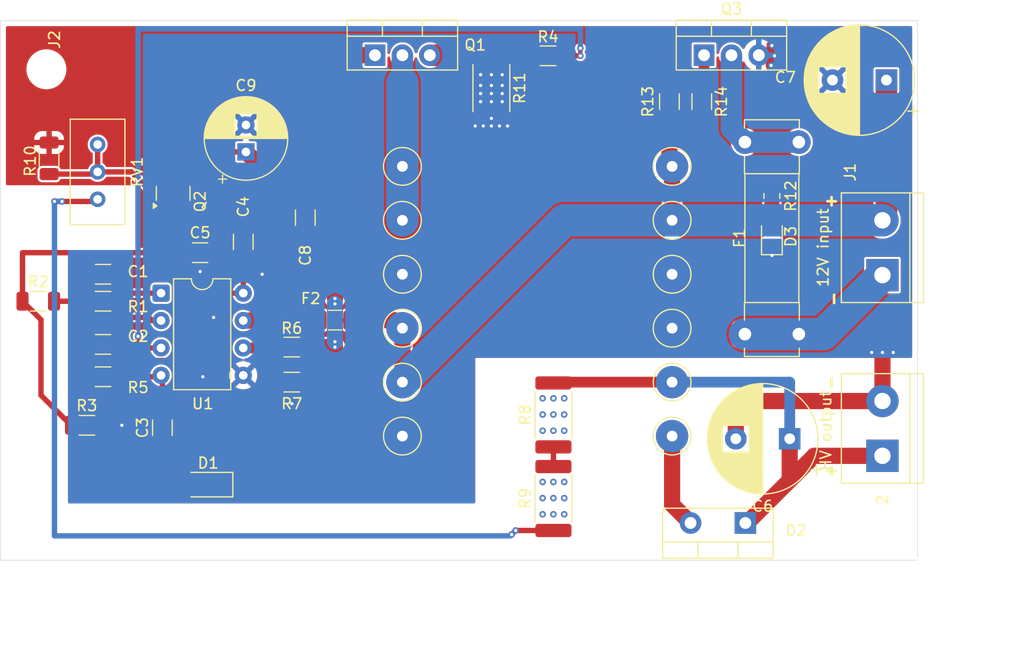
<source format=kicad_pcb>
(kicad_pcb (version 20241229) (generator "pcbnew") (generator_version "9.0")
  (title_block (title "DC-DC 12V > 200~450V") (date "2026-02-05") (rev "V2.0") (company "Z32IT"))
  (layers (0 "F.Cu" signal) (2 "B.Cu" signal) (13 "F.Paste" user) (15 "B.Paste" user) (5 "F.SilkS" user "F.Silkscreen") (7 "B.SilkS" user "B.Silkscreen") (1 "F.Mask" user) (3 "B.Mask" user) (25 "Edge.Cuts" user))
  (net 0 "")
  (net 1 "Net-(U1-FB)")
  (net 2 "Net-(U1-COMP)")
  (net 3 "Net-(U1-CS)")
  (net 4 "GND")
  (net 5 "Net-(U1-RC)")
  (net 6 "Net-(U1-VREF)")
  (net 7 "Net-(D1-A)")
  (net 8 "Net-(D2-K)")
  (net 9 "+12V")
  (net 10 "Net-(D2-A)")
  (net 11 "Net-(Q1-G)")
  (net 12 "Net-(Q1-D)")
  (net 13 "Net-(U1-OUT)")
  (net 14 "Net-(R8-Pad1)")
  (net 15 "Net-(R9-Pad1)")
  (net 16 "Net-(Q3-D)")
  (net 17 "Net-(D3-A)")
  (net 18 "/Q1-S")
  (net 19 "/VCC")
  (net 20 "Net-(Q2-B)")
  (net 21 "Net-(J1-Pin_1)")
  (net 22 "Net-(Q3-G)")
  (footprint "Capacitor_THT:CP_Radial_D10.0mm_P5.00mm" (layer "F.Cu") (at 180.617677 63.25 180)
    (property "Reference" "C7" (at 9.367677 0.25 0) (layer "F.SilkS"))
    (property "Value" "1000u/16V" (hide yes))
    (pad "1" thru_hole rect (at 0 0 180) (size 2 2) (drill 1) (layers "*.Cu" "*.Mask") (net 9 "+12V"))
    (pad "2" thru_hole circle (at 5 0 180) (size 2 2) (drill 1) (layers "*.Cu" "*.Mask") (net 4 "GND"))
  )
  (footprint "TestPoint:TestPoint_THTPad_D3.0mm_Drill1.5mm" (layer "F.Cu") (at 135.75 81.25)
    (property "Reference" "PAD9" (hide yes))
    (property "Value" "" (hide yes))
    (pad "" thru_hole circle (at 0 0) (size 3 3) (drill 1) (layers))
  )
  (footprint "Resistor_SMD:R_2512_6332Metric" (layer "F.Cu") (at 149.75 94.2875 90)
    (property "Reference" "R8" (at 0 -2.62 90) (layer "F.SilkS"))
    (property "Value" "240K/1W" (hide yes))
    (pad "1" smd roundrect (at -2.9625 0 90) (size 1.225 3.35) (layers "F.Cu" "F.Mask" "F.Paste") (roundrect_rratio 0.204082) (net 14 "Net-(R8-Pad1)"))
    (pad "2" smd roundrect (at 2.9625 0 90) (size 1.225 3.35) (layers "F.Cu" "F.Mask" "F.Paste") (roundrect_rratio 0.204082) (net 8 "Net-(D2-K)"))
  )
  (footprint "Package_TO_SOT_THT:TO-220-3_Vertical" (layer "F.Cu") (at 163.71 60.945)
    (property "Reference" "Q3" (at 2.54 -4.27 0) (layer "F.SilkS"))
    (property "Value" "IRF3205" (hide yes))
    (pad "1" thru_hole rect (at 0 0) (size 1.905 2) (drill 1.1) (layers "*.Cu" "*.Mask") (net 22 "Net-(Q3-G)"))
    (pad "2" thru_hole oval (at 2.54 0) (size 1.905 2) (drill 1.1) (layers "*.Cu" "*.Mask") (net 16 "Net-(Q3-D)"))
    (pad "3" thru_hole oval (at 5.08 0) (size 1.905 2) (drill 1.1) (layers "*.Cu" "*.Mask") (net 4 "GND"))
  )
  (footprint "Resistor_SMD:R_1206_3216Metric" (layer "F.Cu") (at 160.5 65.25 90)
    (property "Reference" "R13" (at 0 -2 90) (layer "F.SilkS"))
    (property "Value" "100R" (hide yes))
    (pad "1" smd roundrect (at -1.4625 0 90) (size 1.125 1.75) (layers "F.Cu" "F.Mask" "F.Paste") (roundrect_rratio 0.222222) (net 9 "+12V"))
    (pad "2" smd roundrect (at 1.4625 0 90) (size 1.125 1.75) (layers "F.Cu" "F.Mask" "F.Paste") (roundrect_rratio 0.222222) (net 22 "Net-(Q3-G)"))
  )
  (footprint "MountingHole:MountingHole_3.2mm_M3" (layer "F.Cu") (at 102.75 62.25)
    (property "Reference" "REF**" (hide yes))
    (property "Value" "M3")
    (pad "" np_thru_hole circle (at 0 0) (size 3.2 3.2) (drill 3.2) (layers "*.Cu" "*.Mask"))
  )
  (footprint "Package_TO_SOT_THT:TO-220-3_Vertical" (layer "F.Cu") (at 133.21 60.945)
    (property "Reference" "Q1" (at 9.29 -0.945 0) (layer "F.SilkS"))
    (property "Value" "IRF3205" (hide yes))
    (pad "1" thru_hole rect (at 0 0) (size 1.905 2) (drill 1.1) (layers "*.Cu" "*.Mask") (net 11 "Net-(Q1-G)"))
    (pad "2" thru_hole oval (at 2.54 0) (size 1.905 2) (drill 1.1) (layers "*.Cu" "*.Mask") (net 12 "Net-(Q1-D)"))
    (pad "3" thru_hole oval (at 5.08 0) (size 1.905 2) (drill 1.1) (layers "*.Cu" "*.Mask") (net 18 "/Q1-S"))
  )
  (footprint "Resistor_SMD:R_1206_3216Metric" (layer "F.Cu") (at 108 90.75)
    (property "Reference" "R5" (at 3.25 1 0) (layer "F.SilkS"))
    (property "Value" "5K1" (hide yes))
    (pad "1" smd roundrect (at -1.4625 0) (size 1.125 1.75) (layers "F.Cu" "F.Mask" "F.Paste") (roundrect_rratio 0.222222) (net 6 "Net-(U1-VREF)"))
    (pad "2" smd roundrect (at 1.4625 0) (size 1.125 1.75) (layers "F.Cu" "F.Mask" "F.Paste") (roundrect_rratio 0.222222) (net 5 "Net-(U1-RC)"))
  )
  (footprint "Fuse:Fuse_1206_3216Metric_Pad1.42x1.75mm_HandSolder" (layer "F.Cu") (at 129.5 85.5 180)
    (property "Reference" "F2" (at 2.25 2 0) (layer "F.SilkS"))
    (property "Value" "1.5A/13.2V" (hide yes))
    (pad "1" smd roundrect (at -1.4875 0 180) (size 1.425 1.75) (layers "F.Cu" "F.Mask" "F.Paste") (roundrect_rratio 0.175439) (net 9 "+12V"))
    (pad "2" smd roundrect (at 1.4875 0 180) (size 1.425 1.75) (layers "F.Cu" "F.Mask" "F.Paste") (roundrect_rratio 0.175439) (net 19 "/VCC"))
  )
  (footprint "TerminalBlock:TerminalBlock_bornier-2_P5.08mm" (layer "F.Cu") (at 180.25 98.08 90)
    (property "Reference" "J2" (at -4.46 0 90) (layer "F.SilkS"))
    (property "Value" "HV output" (at 2.33 -5.25 90) (layer "F.SilkS"))
    (pad "1" thru_hole rect (at 0 0 90) (size 3 3) (drill 1.52) (layers "*.Cu" "*.Mask") (net 8 "Net-(D2-K)"))
    (pad "2" thru_hole circle (at 5.08 0 90) (size 3 3) (drill 1.52) (layers "*.Cu" "*.Mask") (net 4 "GND"))
  )
  (footprint "Resistor_SMD:R_1206_3216Metric" (layer "F.Cu") (at 103 70.5 90)
    (property "Reference" "R10" (at -0.25 -1.75 90) (layer "F.SilkS"))
    (property "Value" "3K" (hide yes))
    (pad "1" smd roundrect (at -1.4625 0 90) (size 1.125 1.75) (layers "F.Cu" "F.Mask" "F.Paste") (roundrect_rratio 0.222222) (net 20 "Net-(Q2-B)"))
    (pad "2" smd roundrect (at 1.4625 0 90) (size 1.125 1.75) (layers "F.Cu" "F.Mask" "F.Paste") (roundrect_rratio 0.222222) (net 4 "GND"))
  )
  (footprint "Resistor_SMD:R_1206_3216Metric" (layer "F.Cu") (at 125.5 91.25)
    (property "Reference" "R7" (at 0 2 0) (layer "F.SilkS"))
    (property "Value" "5K1" (hide yes))
    (pad "1" smd roundrect (at -1.4625 0) (size 1.125 1.75) (layers "F.Cu" "F.Mask" "F.Paste") (roundrect_rratio 0.222222) (net 13 "Net-(U1-OUT)"))
    (pad "2" smd roundrect (at 1.4625 0) (size 1.125 1.75) (layers "F.Cu" "F.Mask" "F.Paste") (roundrect_rratio 0.222222) (net 4 "GND"))
  )
  (footprint "TestPoint:TestPoint_THTPad_D3.0mm_Drill1.5mm" (layer "F.Cu") (at 160.75 96.25)
    (property "Reference" "PAD12" (hide yes))
    (property "Value" "Q1-D" (hide yes))
    (pad "12" thru_hole circle (at 0 0) (size 3 3) (drill 1) (layers "*.Cu" "*.Mask") (net 10 "Net-(D2-A)"))
  )
  (footprint "Package_DIP:DIP-8_W7.62mm" (layer "F.Cu") (at 113.38 83)
    (property "Reference" "U1" (at 3.87 10.25 0) (layer "F.SilkS"))
    (property "Value" "UC3843BN_DIP8" (hide yes))
    (pad "1" thru_hole roundrect (at 0 0) (size 1.6 1.6) (drill 0.8) (layers "*.Cu" "*.Mask") (roundrect_rratio 0.15625) (net 2 "Net-(U1-COMP)"))
    (pad "2" thru_hole circle (at 0 2.54) (size 1.6 1.6) (drill 0.8) (layers "*.Cu" "*.Mask") (net 1 "Net-(U1-FB)"))
    (pad "3" thru_hole circle (at 0 5.08) (size 1.6 1.6) (drill 0.8) (layers "*.Cu" "*.Mask") (net 3 "Net-(U1-CS)"))
    (pad "4" thru_hole circle (at 0 7.62) (size 1.6 1.6) (drill 0.8) (layers "*.Cu" "*.Mask") (net 5 "Net-(U1-RC)"))
    (pad "5" thru_hole circle (at 7.62 7.62) (size 1.6 1.6) (drill 0.8) (layers "*.Cu" "*.Mask") (net 4 "GND"))
    (pad "6" thru_hole circle (at 7.62 5.08) (size 1.6 1.6) (drill 0.8) (layers "*.Cu" "*.Mask") (net 13 "Net-(U1-OUT)"))
    (pad "7" thru_hole circle (at 7.62 2.54) (size 1.6 1.6) (drill 0.8) (layers "*.Cu" "*.Mask") (net 19 "/VCC"))
    (pad "8" thru_hole circle (at 7.62 0) (size 1.6 1.6) (drill 0.8) (layers "*.Cu" "*.Mask") (net 6 "Net-(U1-VREF)"))
  )
  (footprint "Capacitor_SMD:C_1206_3216Metric" (layer "F.Cu") (at 108 81.25 180)
    (property "Reference" "C1" (at -3.25 0.25 0) (layer "F.SilkS"))
    (property "Value" "100n" (hide yes))
    (pad "1" smd roundrect (at -1.475 0 180) (size 1.15 1.8) (layers "F.Cu" "F.Mask" "F.Paste") (roundrect_rratio 0.217391) (net 2 "Net-(U1-COMP)"))
    (pad "2" smd roundrect (at 1.475 0 180) (size 1.15 1.8) (layers "F.Cu" "F.Mask" "F.Paste") (roundrect_rratio 0.217391) (net 1 "Net-(U1-FB)"))
  )
  (footprint "Resistor_SMD:R_1206_3216Metric" (layer "F.Cu") (at 108 83.75)
    (property "Reference" "R1" (at 3.25 0.5 0) (layer "F.SilkS"))
    (property "Value" "100K" (hide yes))
    (pad "1" smd roundrect (at -1.4625 0) (size 1.125 1.75) (layers "F.Cu" "F.Mask" "F.Paste") (roundrect_rratio 0.222222) (net 1 "Net-(U1-FB)"))
    (pad "2" smd roundrect (at 1.4625 0) (size 1.125 1.75) (layers "F.Cu" "F.Mask" "F.Paste") (roundrect_rratio 0.222222) (net 2 "Net-(U1-COMP)"))
  )
  (footprint "TestPoint:TestPoint_THTPad_D3.0mm_Drill1.5mm" (layer "F.Cu") (at 160.75 86.25)
    (property "Reference" "PAD10" (hide yes))
    (property "Value" "e" (hide yes))
    (pad "10" thru_hole circle (at 0 0) (size 3 3) (drill 1) (layers))
  )
  (footprint "Capacitor_SMD:C_1206_3216Metric" (layer "F.Cu") (at 108 87.75 180)
    (property "Reference" "C2" (at -3.25 0.75 0) (layer "F.SilkS"))
    (property "Value" "10n" (hide yes))
    (pad "1" smd roundrect (at -1.475 0 180) (size 1.15 1.8) (layers "F.Cu" "F.Mask" "F.Paste") (roundrect_rratio 0.217391) (net 3 "Net-(U1-CS)"))
    (pad "2" smd roundrect (at 1.475 0 180) (size 1.15 1.8) (layers "F.Cu" "F.Mask" "F.Paste") (roundrect_rratio 0.217391) (net 4 "GND"))
  )
  (footprint "Resistor_SMD:R_2512_6332Metric" (layer "F.Cu") (at 144 64 -90)
    (property "Reference" "R11" (at 0 -2.62 270) (layer "F.SilkS"))
    (property "Value" "0.015R/3W" (hide yes))
    (pad "1" smd roundrect (at -2.9625 0 270) (size 1.225 3.35) (layers "F.Cu" "F.Mask" "F.Paste") (roundrect_rratio 0.204082) (net 18 "/Q1-S"))
    (pad "2" smd roundrect (at 2.9625 0 270) (size 1.225 3.35) (layers "F.Cu" "F.Mask" "F.Paste") (roundrect_rratio 0.204082) (net 4 "GND"))
  )
  (footprint "TestPoint:TestPoint_THTPad_D3.0mm_Drill1.5mm" (layer "F.Cu") (at 135.75 91.25)
    (property "Reference" "PAD2" (hide yes))
    (property "Value" "e" (hide yes))
    (pad "2" thru_hole circle (at 0 0) (size 3 3) (drill 1) (layers "*.Cu" "*.Mask") (net 9 "+12V"))
  )
  (footprint "Package_TO_SOT_SMD:SOT-23" (layer "F.Cu") (at 114.5 73.75 90)
    (property "Reference" "Q2" (at -0.75 2.5 90) (layer "F.SilkS"))
    (property "Value" "S8050" (hide yes))
    (pad "1" smd roundrect (at -0.9375 -0.95 90) (size 1.475 0.6) (layers "F.Cu" "F.Mask" "F.Paste") (net 20 "Net-(Q2-B)"))
    (pad "2" smd roundrect (at -0.9375 0.95 90) (size 1.475 0.6) (layers "F.Cu" "F.Mask" "F.Paste") (net 7 "Net-(D1-A)"))
    (pad "3" smd roundrect (at 0.9375 0 90) (size 1.475 0.6) (layers "F.Cu" "F.Mask" "F.Paste") (net 19 "/VCC"))
  )
  (footprint "TestPoint:TestPoint_THTPad_D3.0mm_Drill1.5mm" (layer "F.Cu") (at 160.75 81.25)
    (property "Reference" "PAD9" (hide yes))
    (property "Value" "" (hide yes))
    (pad "9" thru_hole circle (at 0 0) (size 3 3) (drill 1) (layers))
  )
  (footprint "Capacitor_THT:CP_Radial_D7.5mm_P2.50mm" (layer "F.Cu") (at 121.25 69.911395 90)
    (property "Reference" "C9" (at 6.161395 0 0) (layer "F.SilkS"))
    (property "Value" "100u/16V" (hide yes))
    (pad "1" thru_hole rect (at 0 0 90) (size 1.6 1.6) (drill 0.8) (layers "*.Cu" "*.Mask") (net 19 "/VCC"))
    (pad "2" thru_hole circle (at 2.5 0 90) (size 1.6 1.6) (drill 0.8) (layers "*.Cu" "*.Mask") (net 4 "GND"))
  )
  (footprint "Capacitor_SMD:C_1206_3216Metric" (layer "F.Cu") (at 121 78.25 90)
    (property "Reference" "C4" (at 3.25 0 90) (layer "F.SilkS"))
    (property "Value" "10n" (hide yes))
    (pad "1" smd roundrect (at -1.475 0 90) (size 1.15 1.8) (layers "F.Cu" "F.Mask" "F.Paste") (roundrect_rratio 0.217391) (net 6 "Net-(U1-VREF)"))
    (pad "2" smd roundrect (at 1.475 0 90) (size 1.15 1.8) (layers "F.Cu" "F.Mask" "F.Paste") (roundrect_rratio 0.217391) (net 4 "GND"))
  )
  (footprint "MountingHole:MountingHole_3.2mm_M3" (layer "F.Cu") (at 179.75 104.25)
    (property "Reference" "REF**" (hide yes))
    (property "Value" "M3")
    (pad "" np_thru_hole circle (at 0 0) (size 3.2 3.2) (drill 3.2) (layers "*.Cu" "*.Mask"))
  )
  (footprint "Resistor_SMD:R_0805_2012Metric" (layer "F.Cu") (at 170 74 90)
    (property "Reference" "R12" (at 0 1.75 90) (layer "F.SilkS"))
    (property "Value" "1K" (hide yes))
    (pad "1" smd roundrect (at -0.9125 0 90) (size 1.025 1.4) (layers "F.Cu" "F.Mask" "F.Paste") (roundrect_rratio 0.243902) (net 17 "Net-(D3-A)"))
    (pad "2" smd roundrect (at 0.9125 0 90) (size 1.025 1.4) (layers "F.Cu" "F.Mask" "F.Paste") (roundrect_rratio 0.243902) (net 9 "+12V"))
  )
  (footprint "Resistor_SMD:R_1206_3216Metric" (layer "F.Cu") (at 102 83.75)
    (property "Reference" "R2" (at 0 -1.82 0) (layer "F.SilkS"))
    (property "Value" "1K" (hide yes))
    (pad "1" smd roundrect (at -1.4625 0) (size 1.125 1.75) (layers "F.Cu" "F.Mask" "F.Paste") (roundrect_rratio 0.222222) (net 7 "Net-(D1-A)"))
    (pad "2" smd roundrect (at 1.4625 0) (size 1.125 1.75) (layers "F.Cu" "F.Mask" "F.Paste") (roundrect_rratio 0.222222) (net 1 "Net-(U1-FB)"))
  )
  (footprint "LED_SMD:LED_0805_2012Metric" (layer "F.Cu") (at 170 77.75 90)
    (property "Reference" "D3" (at 0 1.75 90) (layer "F.SilkS"))
    (property "Value" "Amber" (hide yes))
    (pad "1" smd roundrect (at -0.9375 0 90) (size 0.975 1.4) (layers "F.Cu" "F.Mask" "F.Paste") (net 4 "GND"))
    (pad "2" smd roundrect (at 0.9375 0 90) (size 0.975 1.4) (layers "F.Cu" "F.Mask" "F.Paste") (net 17 "Net-(D3-A)"))
  )
  (footprint "Capacitor_SMD:C_1206_3216Metric" (layer "F.Cu") (at 126.75 76 90)
    (property "Reference" "C8" (at -3.5 0 90) (layer "F.SilkS"))
    (property "Value" "100n" (hide yes))
    (pad "1" smd roundrect (at -1.475 0 90) (size 1.15 1.8) (layers "F.Cu" "F.Mask" "F.Paste") (roundrect_rratio 0.217391) (net 19 "/VCC"))
    (pad "2" smd roundrect (at 1.475 0 90) (size 1.15 1.8) (layers "F.Cu" "F.Mask" "F.Paste") (roundrect_rratio 0.217391) (net 4 "GND"))
  )
  (footprint "TestPoint:TestPoint_THTPad_D3.0mm_Drill1.5mm" (layer "F.Cu") (at 135.75 96.25)
    (property "Reference" "PAD1" (hide yes))
    (property "Value" "+12V" (hide yes))
    (pad "1" thru_hole circle (at 0 0) (size 3 3) (drill 1) (layers))
  )
  (footprint "Resistor_SMD:R_2512_6332Metric" (layer "F.Cu") (at 149.75 102.0375 90)
    (property "Reference" "R9" (at 0 -2.62 90) (layer "F.SilkS"))
    (property "Value" "240K/1W" (hide yes))
    (pad "1" smd roundrect (at -2.9625 0 90) (size 1.225 3.35) (layers "F.Cu" "F.Mask" "F.Paste") (roundrect_rratio 0.204082) (net 15 "Net-(R9-Pad1)"))
    (pad "2" smd roundrect (at 2.9625 0 90) (size 1.225 3.35) (layers "F.Cu" "F.Mask" "F.Paste") (roundrect_rratio 0.204082) (net 14 "Net-(R8-Pad1)"))
  )
  (footprint "TerminalBlock:TerminalBlock_bornier-2_P5.08mm" (layer "F.Cu") (at 180.25 81.33 90)
    (property "Reference" "J1" (at 9.54 -3 90) (layer "F.SilkS"))
    (property "Value" "12V input" (at 2.54 -5.5 90) (layer "F.SilkS"))
    (pad "1" thru_hole rect (at 0 0 90) (size 3 3) (drill 1.52) (layers "*.Cu" "*.Mask") (net 21 "Net-(J1-Pin_1)"))
    (pad "2" thru_hole circle (at 5.08 0 90) (size 3 3) (drill 1.52) (layers "*.Cu" "*.Mask") (net 9 "+12V"))
  )
  (footprint "TestPoint:TestPoint_THTPad_D3.0mm_Drill1.5mm" (layer "F.Cu") (at 160.75 76.25)
    (property "Reference" "PAD8" (hide yes))
    (property "Value" "e" (hide yes))
    (pad "8" thru_hole circle (at 0 0) (size 3 3) (drill 1) (layers "*.Cu" "*.Mask") (net 9 "+12V"))
  )
  (footprint "TestPoint:TestPoint_THTPad_D3.0mm_Drill1.5mm" (layer "F.Cu") (at 160.75 71.25)
    (property "Reference" "PAD7" (hide yes))
    (property "Value" "+12V" (hide yes))
    (pad "7" thru_hole circle (at 0 0) (size 3 3) (drill 1) (layers "*.Cu" "*.Mask") (net 9 "+12V"))
  )
  (footprint "TestPoint:TestPoint_THTPad_D3.0mm_Drill1.5mm" (layer "F.Cu") (at 135.75 76.25)
    (property "Reference" "PAD5" (hide yes))
    (property "Value" "e" (hide yes))
    (pad "5" thru_hole circle (at 0 0) (size 3 3) (drill 1) (layers "*.Cu" "B.Mask") (remove_unused_layers yes) (net 12 "Net-(Q1-D)"))
  )
  (footprint "TestPoint:TestPoint_THTPad_D3.0mm_Drill1.5mm" (layer "F.Cu") (at 135.75 71.25)
    (property "Reference" "PAD6" (hide yes))
    (property "Value" "+12V" (hide yes))
    (pad "6" thru_hole circle (at 0 0) (size 3 3) (drill 1) (layers "*.Cu" "B.Mask") (remove_unused_layers yes) (net 12 "Net-(Q1-D)"))
  )
  (footprint "Package_TO_SOT_THT:TO-220-2_Vertical" (layer "F.Cu") (at 167.54 104.305 180)
    (property "Reference" "D2" (at -4.71 -0.695 0) (layer "F.SilkS"))
    (property "Value" "MUR860" (hide yes))
    (pad "1" thru_hole rect (at 0 0 180) (size 2 2) (drill 1.1) (layers "*.Cu" "*.Mask") (net 8 "Net-(D2-K)"))
    (pad "2" thru_hole circle (at 5.08 0 180) (size 2 2) (drill 1.1) (layers "*.Cu" "*.Mask") (net 10 "Net-(D2-A)"))
  )
  (footprint "Resistor_SMD:R_1206_3216Metric" (layer "F.Cu") (at 125.5 88 180)
    (property "Reference" "R6" (at 0 1.75 0) (layer "F.SilkS"))
    (property "Value" "20R" (hide yes))
    (pad "1" smd roundrect (at -1.4625 0 180) (size 1.125 1.75) (layers "F.Cu" "F.Mask" "F.Paste") (roundrect_rratio 0.222222) (net 11 "Net-(Q1-G)"))
    (pad "2" smd roundrect (at 1.4625 0 180) (size 1.125 1.75) (layers "F.Cu" "F.Mask" "F.Paste") (roundrect_rratio 0.222222) (net 13 "Net-(U1-OUT)"))
  )
  (footprint "TestPoint:TestPoint_THTPad_D3.0mm_Drill1.5mm" (layer "F.Cu") (at 160.75 91.25)
    (property "Reference" "PAD11" (hide yes))
    (property "Value" "e" (hide yes))
    (pad "11" thru_hole circle (at 0 0) (size 3 3) (drill 1) (layers "*.Cu" "*.Mask") (net 8 "Net-(D2-K)"))
  )
  (footprint "Capacitor_THT:CP_Radial_D10.0mm_P5.00mm" (layer "F.Cu") (at 171.652651 96.5 180)
    (property "Reference" "C6" (at 2.5 -6.25 180) (layer "F.SilkS"))
    (property "Value" "10u/450V" (hide yes))
    (pad "1" thru_hole rect (at 0 0 180) (size 2 2) (drill 1) (layers "*.Cu" "*.Mask") (net 8 "Net-(D2-K)"))
    (pad "2" thru_hole circle (at 5 0 180) (size 2 2) (drill 1) (layers "*.Cu" "*.Mask") (net 4 "GND"))
  )
  (footprint "Capacitor_SMD:C_1206_3216Metric" (layer "F.Cu") (at 113.5 95.475 90)
    (property "Reference" "C3" (at 0 -1.85 90) (layer "F.SilkS"))
    (property "Value" "3n3" (hide yes))
    (pad "1" smd roundrect (at -1.475 0 90) (size 1.15 1.8) (layers "F.Cu" "F.Mask" "F.Paste") (roundrect_rratio 0.217391) (net 4 "GND"))
    (pad "2" smd roundrect (at 1.475 0 90) (size 1.15 1.8) (layers "F.Cu" "F.Mask" "F.Paste") (roundrect_rratio 0.217391) (net 5 "Net-(U1-RC)"))
  )
  (footprint "Potentiometer_THT:Potentiometer_Bourns_3296W_Vertical" (layer "F.Cu") (at 107.5 74.3 -90)
    (property "Reference" "RV1" (at -2.54 -3.66 90) (layer "F.SilkS"))
    (property "Value" "5K")
    (pad "1" thru_hole circle (at 0 0 270) (size 1.44 1.44) (drill 0.8) (layers "*.Cu" "*.Mask") (net 15 "Net-(R9-Pad1)"))
    (pad "2" thru_hole circle (at -2.54 0 270) (size 1.44 1.44) (drill 0.8) (layers "*.Cu" "*.Mask") (net 20 "Net-(Q2-B)"))
    (pad "3" thru_hole circle (at -5.08 0 270) (size 1.44 1.44) (drill 0.8) (layers "*.Cu" "*.Mask") (net 20 "Net-(Q2-B)"))
  )
  (footprint "Resistor_SMD:R_1206_3216Metric" (layer "F.Cu") (at 106.5 95.25)
    (property "Reference" "R3" (at 0 -1.82 0) (layer "F.SilkS"))
    (property "Value" "1K" (hide yes))
    (pad "1" smd roundrect (at -1.4625 0) (size 1.125 1.75) (layers "F.Cu" "F.Mask" "F.Paste") (roundrect_rratio 0.222222) (net 7 "Net-(D1-A)"))
    (pad "2" smd roundrect (at 1.4625 0) (size 1.125 1.75) (layers "F.Cu" "F.Mask" "F.Paste") (roundrect_rratio 0.222222) (net 4 "GND"))
  )
  (footprint "Fuse:Fuseholder_Clip-5x20mm_Bel_FC-203-22_Lateral_P17.80x5.00mm_D1.17mm_Horizontal" (layer "F.Cu") (at 167.5 86.8 90)
    (property "Reference" "F1" (at 8.9 -0.5 90) (layer "F.SilkS"))
    (property "Value" "8~10A" (hide yes))
    (pad "1" thru_hole roundrect (at 0 0 90) (size 2.2 2.2) (drill 1.17) (layers "*.Cu" "*.Mask") (net 21 "Net-(J1-Pin_1)"))
    (pad "1" thru_hole roundrect (at 0 5 90) (size 2.2 2.2) (drill 1.17) (layers "*.Cu" "*.Mask") (net 21 "Net-(J1-Pin_1)"))
    (pad "2" thru_hole circle (at 17.8 0 90) (size 2.2 2.2) (drill 1.17) (layers "*.Cu" "*.Mask") (net 16 "Net-(Q3-D)"))
    (pad "2" thru_hole circle (at 17.8 5 90) (size 2.2 2.2) (drill 1.17) (layers "*.Cu" "*.Mask") (net 16 "Net-(Q3-D)"))
  )
  (footprint "LED_SMD:LED_1206_3216Metric" (layer "F.Cu") (at 117.75 100.75 180)
    (property "Reference" "D1" (at 0 2 0) (layer "F.SilkS"))
    (property "Value" "Green")
    (pad "1" smd roundrect (at -1.4 0 180) (size 1.25 1.75) (layers "F.Cu" "F.Mask" "F.Paste") (roundrect_rratio 0.2) (net 4 "GND"))
    (pad "2" smd roundrect (at 1.4 0 180) (size 1.25 1.75) (layers "F.Cu" "F.Mask" "F.Paste") (roundrect_rratio 0.2) (net 7 "Net-(D1-A)"))
  )
  (footprint "Resistor_SMD:R_1206_3216Metric" (layer "F.Cu") (at 163.5 65.25 -90)
    (property "Reference" "R14" (at 0 -1.82 90) (layer "F.SilkS"))
    (property "Value" "5K1" (hide yes))
    (pad "1" smd roundrect (at -1.4625 0 270) (size 1.125 1.75) (layers "F.Cu" "F.Mask" "F.Paste") (roundrect_rratio 0.222222) (net 22 "Net-(Q3-G)"))
    (pad "2" smd roundrect (at 1.4625 0 270) (size 1.125 1.75) (layers "F.Cu" "F.Mask" "F.Paste") (roundrect_rratio 0.222222) (net 4 "GND"))
  )
  (footprint "Resistor_SMD:R_1206_3216Metric" (layer "F.Cu") (at 149.25 61 180)
    (property "Reference" "R4" (at 0 1.75 0) (layer "F.SilkS"))
    (property "Value" "150R" (hide yes))
    (pad "1" smd roundrect (at -1.4625 0 180) (size 1.125 1.75) (layers "F.Cu" "F.Mask" "F.Paste") (roundrect_rratio 0.222222) (net 3 "Net-(U1-CS)"))
    (pad "2" smd roundrect (at 1.4625 0 180) (size 1.125 1.75) (layers "F.Cu" "F.Mask" "F.Paste") (roundrect_rratio 0.222222) (net 18 "/Q1-S"))
  )
  (footprint "Capacitor_SMD:C_1206_3216Metric" (layer "F.Cu") (at 117 79.25)
    (property "Reference" "C5" (at 0 -1.85 0) (layer "F.SilkS"))
    (property "Value" "10n" (hide yes))
    (pad "1" smd roundrect (at -1.475 0) (size 1.15 1.8) (layers "F.Cu" "F.Mask" "F.Paste") (roundrect_rratio 0.217391) (net 7 "Net-(D1-A)"))
    (pad "2" smd roundrect (at 1.475 0) (size 1.15 1.8) (layers "F.Cu" "F.Mask" "F.Paste") (roundrect_rratio 0.217391) (net 6 "Net-(U1-VREF)"))
  )
  (footprint "TestPoint:TestPoint_THTPad_D3.0mm_Drill1.5mm" (layer "F.Cu") (at 135.75 86.25)
    (property "Reference" "PAD3" (hide yes))
    (property "Value" "e" (hide yes))
    (pad "3" thru_hole circle (at 0 0) (size 3 3) (drill 1) (layers "*.Cu" "*.Mask") (net 9 "+12V"))
  )
  (gr_line (start 183.5 57.75) (end 98.5 57.75) (stroke (width 0.05)) (layer "Edge.Cuts"))
  (gr_line (start 183.5 107.5) (end 183.5 57.75) (stroke (width 0.05)) (layer "Edge.Cuts"))
  (gr_line (start 98.5 57.75) (end 98.5 107.75) (stroke (width 0.05)) (layer "Edge.Cuts"))
  (gr_line (start 98.5 107.75) (end 183.5 107.75) (stroke (width 0.05)) (layer "Edge.Cuts"))
  (gr_text "-" (at 175.25 82.75 270) (layer "F.SilkS") (effects (font (size 1 1) (thickness 0.25) (bold yes)) (justify left bottom)))
  (gr_text "J2" (at 103.5 59.5 90) (layer "F.SilkS") (effects (font (size 1 1))))
  (gr_text "-" (at 175 90.5 270) (layer "F.SilkS") (effects (font (size 1 1) (thickness 0.25) (bold yes)) (justify left bottom)))
  (gr_text "+" (at 174.75 100 0) (layer "F.SilkS") (effects (font (size 1 1) (thickness 0.25) (bold yes)) (justify left bottom)))
  (gr_text "+" (at 174.75 75 0) (layer "F.SilkS") (effects (font (size 1 1) (thickness 0.25) (bold yes)) (justify left bottom)))
  (via (at 149.75 94.25) (size 0.6) (drill 0.3) (layers "F.Cu" "B.Cu") (net 0))
  (via (at 148.75 94.25) (size 0.6) (drill 0.3) (layers "F.Cu" "B.Cu") (net 0))
  (via (at 150.75 100.5) (size 0.6) (drill 0.3) (layers "F.Cu" "B.Cu") (net 0))
  (via (at 148.75 95.75) (size 0.6) (drill 0.3) (layers "F.Cu" "B.Cu") (net 0))
  (via (at 150.75 103.5) (size 0.6) (drill 0.3) (layers "F.Cu" "B.Cu") (net 0))
  (via (at 148.75 100.5) (size 0.6) (drill 0.3) (layers "F.Cu" "B.Cu") (net 0))
  (via (at 148.75 92.75) (size 0.6) (drill 0.3) (layers "F.Cu" "B.Cu") (net 0))
  (via (at 149.75 92.75) (size 0.6) (drill 0.3) (layers "F.Cu" "B.Cu") (net 0))
  (via (at 150.75 94.25) (size 0.6) (drill 0.3) (layers "F.Cu" "B.Cu") (net 0))
  (via (at 150.75 95.75) (size 0.6) (drill 0.3) (layers "F.Cu" "B.Cu") (net 0))
  (via (at 148.75 103.5) (size 0.6) (drill 0.3) (layers "F.Cu" "B.Cu") (net 0))
  (via (at 150.75 92.75) (size 0.6) (drill 0.3) (layers "F.Cu" "B.Cu") (net 0))
  (via (at 149.75 95.75) (size 0.6) (drill 0.3) (layers "F.Cu" "B.Cu") (net 0))
  (via (at 149.75 102) (size 0.6) (drill 0.3) (layers "F.Cu" "B.Cu") (net 0))
  (via (at 149.75 100.5) (size 0.6) (drill 0.3) (layers "F.Cu" "B.Cu") (net 0))
  (via (at 148.75 102) (size 0.6) (drill 0.3) (layers "F.Cu" "B.Cu") (net 0))
  (via (at 150.75 102) (size 0.6) (drill 0.3) (layers "F.Cu" "B.Cu") (net 0))
  (via (at 149.75 103.5) (size 0.6) (drill 0.3) (layers "F.Cu" "B.Cu") (net 0))
  (segment (start 112.54 85.54) (end 112.25 85.25) (width 0.5) (layer "F.Cu") (net 1))
  (segment (start 103.4625 83.75) (end 106.5125 83.75) (width 0.5) (layer "F.Cu") (net 1))
  (segment (start 113.38 85.54) (end 112.54 85.54) (width 0.5) (layer "F.Cu") (net 1))
  (segment (start 106.5125 83.75) (end 106.525 83.7375) (width 0.2) (layer "F.Cu") (net 1))
  (segment (start 108.0375 85.25) (end 106.5375 83.75) (width 0.5) (layer "F.Cu") (net 1))
  (segment (start 112.25 85.25) (end 108.0375 85.25) (width 0.5) (layer "F.Cu") (net 1))
  (segment (start 106.525 81.25) (end 106.525 83.7375) (width 0.4) (layer "F.Cu") (net 1))
  (segment (start 106.525 83.7375) (end 106.5375 83.75) (width 0.2) (layer "F.Cu") (net 1))
  (segment (start 109.475 81.25) (end 109.475 83.7375) (width 0.4) (layer "F.Cu") (net 2))
  (segment (start 113.38 83) (end 110.2125 83) (width 0.5) (layer "F.Cu") (net 2))
  (segment (start 110.2125 83) (end 109.4625 83.75) (width 0.5) (layer "F.Cu") (net 2))
  (segment (start 109.475 83.7375) (end 109.4625 83.75) (width 0.2) (layer "F.Cu") (net 2))
  (segment (start 111.25 88.08) (end 111.25 87) (width 0.5) (layer "F.Cu") (net 3))
  (segment (start 111.25 88.08) (end 109.555 88.08) (width 0.5) (layer "F.Cu") (net 3))
  (segment (start 109.555 88.08) (end 109.475 88) (width 0.2) (layer "F.Cu") (net 3))
  (segment (start 113.38 88.08) (end 111.25 88.08) (width 0.5) (layer "F.Cu") (net 3))
  (segment (start 152.25 60.299997) (end 152.25 61) (width 0.4) (layer "F.Cu") (net 3))
  (segment (start 150.7125 61) (end 152.25 61) (width 0.5) (layer "F.Cu") (net 3))
  (via (at 152.25 60.299997) (size 0.6) (drill 0.3) (layers "F.Cu" "B.Cu") (net 3))
  (via (at 111.25 87) (size 0.6) (drill 0.3) (layers "F.Cu" "B.Cu") (net 3))
  (via (at 152.25 61) (size 0.6) (drill 0.3) (layers "F.Cu" "B.Cu") (net 3))
  (segment (start 152.25 58.5) (end 152.25 60.299997) (width 0.5) (layer "B.Cu") (net 3))
  (segment (start 111.25 58.5) (end 152.25 58.5) (width 0.5) (layer "B.Cu") (net 3))
  (segment (start 111.25 87) (end 111.25 58.5) (width 0.5) (layer "B.Cu") (net 3))
  (segment (start 169.930271 61.319729) (end 170.25 61) (width 1) (layer "F.Cu") (net 4))
  (segment (start 170 60.049997) (end 170 60.75) (width 1) (layer "F.Cu") (net 4))
  (segment (start 180.25 88.5) (end 179.25 88.5) (width 1) (layer "F.Cu") (net 4))
  (segment (start 169.930271 61.892245) (end 169.930271 61.319729) (width 1) (layer "F.Cu") (net 4))
  (segment (start 168.79 60.945) (end 170.195 60.945) (width 1) (layer "F.Cu") (net 4))
  (segment (start 170 60.75) (end 170.25 61) (width 1) (layer "F.Cu") (net 4))
  (segment (start 170.25 61) (end 170.305 60.945) (width 0.2) (layer "F.Cu") (net 4))
  (segment (start 166.652651 93) (end 180.25 93) (width 1.5) (layer "F.Cu") (net 4))
  (segment (start 170.195 60.945) (end 170.25 61) (width 0.2) (layer "F.Cu") (net 4))
  (segment (start 180.25 93) (end 180.25 88.5) (width 1.5) (layer "F.Cu") (net 4))
  (segment (start 180.25 88.5) (end 181.25 88.5) (width 1) (layer "F.Cu") (net 4))
  (segment (start 166.652651 96.5) (end 166.652651 93) (width 1.5) (layer "F.Cu") (net 4))
  (via (at 181.25 88.5) (size 0.6) (drill 0.3) (layers "F.Cu" "B.Cu") (net 4))
  (via (at 143 65.25) (size 0.6) (drill 0.3) (layers "F.Cu" "B.Cu") (net 4))
  (via (at 109.75 95.25) (size 0.6) (drill 0.3) (layers "F.Cu" "B.Cu") (net 4))
  (via (at 117 81) (size 0.6) (drill 0.3) (layers "F.Cu" "B.Cu") (net 4))
  (via (at 144 65.25) (size 0.6) (drill 0.3) (layers "F.Cu" "B.Cu") (net 4))
  (via (at 179.25 88.5) (size 0.6) (drill 0.3) (layers "F.Cu" "B.Cu") (net 4))
  (via (at 142.5 67.5) (size 0.6) (drill 0.3) (layers "F.Cu" "B.Cu") (net 4))
  (via (at 122.75 81.25) (size 0.6) (drill 0.3) (layers "F.Cu" "B.Cu") (net 4))
  (via (at 180.25 88.5) (size 0.6) (drill 0.3) (layers "F.Cu" "B.Cu") (net 4))
  (via (at 144 64.5) (size 0.6) (drill 0.3) (layers "F.Cu" "B.Cu") (net 4))
  (via (at 143 64.5) (size 0.6) (drill 0.3) (layers "F.Cu" "B.Cu") (net 4))
  (via (at 117.25 90.75) (size 0.6) (drill 0.3) (layers "F.Cu" "B.Cu") (net 4))
  (via (at 143.25 67.5) (size 0.6) (drill 0.3) (layers "F.Cu" "B.Cu") (net 4))
  (via (at 143 63.75) (size 0.6) (drill 0.3) (layers "F.Cu" "B.Cu") (net 4))
  (via (at 170.25 61) (size 0.6) (drill 0.3) (layers "F.Cu" "B.Cu") (net 4))
  (via (at 169.930271 61.892245) (size 0.6) (drill 0.3) (layers "F.Cu" "B.Cu") (net 4))
  (via (at 144.75 67.5) (size 0.6) (drill 0.3) (layers "F.Cu" "B.Cu") (net 4))
  (via (at 170 60.049997) (size 0.6) (drill 0.3) (layers "F.Cu" "B.Cu") (net 4))
  (via (at 145 62.75) (size 0.6) (drill 0.3) (layers "F.Cu" "B.Cu") (net 4))
  (via (at 145 63.75) (size 0.6) (drill 0.3) (layers "F.Cu" "B.Cu") (net 4))
  (via (at 143 62.75) (size 0.6) (drill 0.3) (layers "F.Cu" "B.Cu") (net 4))
  (via (at 145 65.25) (size 0.6) (drill 0.3) (layers "F.Cu" "B.Cu") (net 4))
  (via (at 145.5 67.5) (size 0.6) (drill 0.3) (layers "F.Cu" "B.Cu") (net 4))
  (via (at 144 67.5) (size 0.6) (drill 0.3) (layers "F.Cu" "B.Cu") (net 4))
  (via (at 125.5 93.25) (size 0.6) (drill 0.3) (layers "F.Cu" "B.Cu") (net 4))
  (via (at 170 79.5) (size 0.6) (drill 0.3) (layers "F.Cu" "B.Cu") (net 4))
  (via (at 144 63.75) (size 0.6) (drill 0.3) (layers "F.Cu" "B.Cu") (net 4))
  (via (at 144 62.75) (size 0.6) (drill 0.3) (layers "F.Cu" "B.Cu") (net 4))
  (via (at 145 64.5) (size 0.6) (drill 0.3) (layers "F.Cu" "B.Cu") (net 4))
  (via (at 144 66.799997) (size 0.6) (drill 0.3) (layers "F.Cu" "B.Cu") (net 4))
  (via (at 118.25 85.25) (size 0.6) (drill 0.3) (layers "F.Cu" "B.Cu") (net 4))
  (segment (start 113.5 90.74) (end 113.38 90.62) (width 0.2) (layer "F.Cu") (net 5))
  (segment (start 113.5 94) (end 113.5 90.74) (width 0.5) (layer "F.Cu") (net 5))
  (segment (start 109.4625 90.75) (end 113.25 90.75) (width 0.5) (layer "F.Cu") (net 5))
  (segment (start 113.25 90.75) (end 113.38 90.62) (width 0.2) (layer "F.Cu") (net 5))
  (segment (start 106.5375 90.75) (end 108.0375 89.25) (width 0.5) (layer "F.Cu") (net 6))
  (segment (start 121 83) (end 121 79.725) (width 0.5) (layer "F.Cu") (net 6))
  (segment (start 108.0375 89.25) (end 116.25 89.25) (width 0.5) (layer "F.Cu") (net 6))
  (segment (start 116.25 89.25) (end 116.25 84.25) (width 0.5) (layer "F.Cu") (net 6))
  (segment (start 116.25 84.25) (end 117.5 83) (width 0.5) (layer "F.Cu") (net 6))
  (segment (start 118.475 79.25) (end 120.525 79.25) (width 0.5) (layer "F.Cu") (net 6))
  (segment (start 120.525 79.25) (end 121 79.725) (width 0.5) (layer "F.Cu") (net 6))
  (segment (start 117.5 83) (end 121 83) (width 0.5) (layer "F.Cu") (net 6))
  (segment (start 100.5375 83.75) (end 102.25 85.4625) (width 0.5) (layer "F.Cu") (net 7))
  (segment (start 110.5375 100.75) (end 116.35 100.75) (width 0.5) (layer "F.Cu") (net 7))
  (segment (start 115.525 74.7625) (end 115.45 74.6875) (width 0.2) (layer "F.Cu") (net 7))
  (segment (start 102.25 92.4625) (end 105.0375 95.25) (width 0.5) (layer "F.Cu") (net 7))
  (segment (start 102.25 85.4625) (end 102.25 92.4625) (width 0.5) (layer "F.Cu") (net 7))
  (segment (start 115.525 79.25) (end 115.525 74.7625) (width 0.5) (layer "F.Cu") (net 7))
  (segment (start 100.5 83.7875) (end 100.5375 83.75) (width 0.2) (layer "F.Cu") (net 7))
  (segment (start 100.3625 83.575) (end 100.5375 83.75) (width 0.2) (layer "F.Cu") (net 7))
  (segment (start 100.5375 79.25) (end 115.525 79.25) (width 0.5) (layer "F.Cu") (net 7))
  (segment (start 105.0375 95.25) (end 110.5375 100.75) (width 0.5) (layer "F.Cu") (net 7))
  (segment (start 100.5375 83.75) (end 100.5375 79.25) (width 0.5) (layer "F.Cu") (net 7))
  (segment (start 171.75 100.25) (end 173.92 98.08) (width 1.5) (layer "F.Cu") (net 8))
  (segment (start 160.75 91.25) (end 149.825 91.25) (width 1) (layer "F.Cu") (net 8))
  (segment (start 171.652651 100.152651) (end 171.75 100.25) (width 0.2) (layer "F.Cu") (net 8))
  (segment (start 149.825 91.25) (end 149.75 91.325) (width 1) (layer "F.Cu") (net 8))
  (segment (start 167.695 104.305) (end 171.75 100.25) (width 1.5) (layer "F.Cu") (net 8))
  (segment (start 173.92 98.08) (end 180.25 98.08) (width 1.5) (layer "F.Cu") (net 8))
  (segment (start 171.652651 96.5) (end 171.652651 100.152651) (width 1.5) (layer "F.Cu") (net 8))
  (segment (start 167.54 104.305) (end 167.695 104.305) (width 0.5) (layer "F.Cu") (net 8))
  (segment (start 171.652651 96.5) (end 171.652651 91.25) (width 1) (layer "B.Cu") (net 8))
  (segment (start 171.652651 91.25) (end 160.75 91.25) (width 1) (layer "B.Cu") (net 8))
  (segment (start 160.5 66.7125) (end 160.5 71) (width 1.5) (layer "F.Cu") (net 9))
  (segment (start 160.5 71) (end 160.75 71.25) (width 0.2) (layer "F.Cu") (net 9))
  (segment (start 160.75 76.25) (end 160.75 71.25) (width 1.5) (layer "F.Cu") (net 9))
  (segment (start 130.9875 85.5) (end 135 85.5) (width 1.5) (layer "F.Cu") (net 9))
  (segment (start 180.617677 63.25) (end 180.617677 75.882323) (width 2) (layer "F.Cu") (net 9))
  (segment (start 180.617677 75.882323) (end 180.25 76.25) (width 0.2) (layer "F.Cu") (net 9))
  (segment (start 170 73.0875) (end 160.75 73.0875) (width 0.5) (layer "F.Cu") (net 9))
  (segment (start 160.75 73.0875) (end 160.75 71.25) (width 0.5) (layer "F.Cu") (net 9))
  (segment (start 135.75 91.25) (end 135.75 86.25) (width 1.5) (layer "F.Cu") (net 9))
  (segment (start 180.25 63.617677) (end 180.617677 63.25) (width 0.2) (layer "F.Cu") (net 9))
  (segment (start 150.75 76.25) (end 135.75 91.25) (width 3) (layers "B.Cu" "B.Mask") (net 9))
  (segment (start 160.75 76.25) (end 180.25 76.25) (width 3) (layers "B.Cu" "B.Mask") (net 9))
  (segment (start 160.75 76.25) (end 150.75 76.25) (width 3) (layers "B.Cu" "B.Mask") (net 9))
  (segment (start 160.75 96.25) (end 160.75 102.595) (width 1.5) (layer "F.Cu") (net 10))
  (segment (start 160.75 102.595) (end 162.46 104.305) (width 1.5) (layer "F.Cu") (net 10))
  (segment (start 129.5 60.945) (end 129.5 83.5) (width 1.5) (layer "F.Cu") (net 11))
  (segment (start 129.5 60.945) (end 133.21 60.945) (width 1.5) (layer "F.Cu") (net 11))
  (segment (start 126.9625 88) (end 129.5 88) (width 1.5) (layer "F.Cu") (net 11))
  (segment (start 127 87.9625) (end 127.0375 88) (width 0.2) (layer "F.Cu") (net 11))
  (via (at 129.5 83.5) (size 0.6) (drill 0.3) (layers "F.Cu" "B.Cu") (net 11))
  (via (at 129.5 84) (size 0.6) (drill 0.3) (layers "F.Cu" "B.Cu") (net 11))
  (via (at 129.5 88) (size 0.6) (drill 0.3) (layers "F.Cu" "B.Cu") (net 11))
  (via (at 129.5 87.5) (size 0.6) (drill 0.3) (layers "F.Cu" "B.Cu") (net 11))
  (segment (start 129.5 84) (end 129.5 87.5) (width 1.5) (layer "B.Cu") (net 11))
  (segment (start 135.75 71.25) (end 135.75 76.25) (width 3) (layers "B.Cu" "B.Mask") (net 12))
  (segment (start 135.75 60.945) (end 135.75 63.5) (width 2) (layers "B.Cu" "B.Mask") (net 12))
  (segment (start 135.75 63.5) (end 135.75 71.25) (width 3) (layers "B.Cu" "B.Mask") (net 12))
  (segment (start 123.9575 88.08) (end 124.0375 88) (width 0.2) (layer "F.Cu") (net 13))
  (segment (start 124.0375 91.25) (end 124.0375 88) (width 1) (layer "F.Cu") (net 13))
  (segment (start 124.25 88.2125) (end 124.0375 88) (width 0.2) (layer "F.Cu") (net 13))
  (segment (start 121 88.08) (end 123.9575 88.08) (width 1) (layer "F.Cu") (net 13))
  (segment (start 149.75 99.075) (end 149.75 97.25) (width 0.5) (layer "F.Cu") (net 14))
  (segment (start 103.5 74.5) (end 107.3 74.5) (width 0.5) (layer "F.Cu") (net 15))
  (segment (start 146.25 105) (end 149.75 105) (width 0.5) (layer "F.Cu") (net 15))
  (segment (start 145.875 105.375) (end 146.25 105) (width 0.5) (layer "F.Cu") (net 15))
  (segment (start 107.3 74.5) (end 107.5 74.3) (width 0.5) (layer "F.Cu") (net 15))
  (via (at 146.25 105) (size 0.6) (drill 0.3) (layers "F.Cu" "B.Cu") (net 15))
  (via (at 145.875 105.375) (size 0.6) (drill 0.3) (layers "F.Cu" "B.Cu") (net 15))
  (via (at 104.200003 74.5) (size 0.6) (drill 0.3) (layers "F.Cu" "B.Cu") (net 15))
  (via (at 103.5 74.5) (size 0.6) (drill 0.3) (layers "F.Cu" "B.Cu") (net 15))
  (segment (start 103.5 105.5) (end 145.75 105.5) (width 0.5) (layer "B.Cu") (net 15))
  (segment (start 103.5 74.5) (end 104.200003 74.5) (width 0.5) (layer "B.Cu") (net 15))
  (segment (start 103.5 74.5) (end 103.5 105.5) (width 0.5) (layer "B.Cu") (net 15))
  (segment (start 145.75 105.5) (end 145.875 105.375) (width 0.5) (layer "B.Cu") (net 15))
  (segment (start 166.25 60.945) (end 166.25 67.75) (width 2) (layers "B.Cu" "B.Mask") (net 16))
  (segment (start 167.5 69) (end 172.5 69) (width 2) (layers "B.Cu" "B.Mask") (net 16))
  (segment (start 166.25 67.75) (end 167.5 69) (width 2) (layers "B.Cu" "B.Mask") (net 16))
  (segment (start 170 76.8125) (end 170 74.9125) (width 0.5) (layer "F.Cu") (net 17))
  (segment (start 147.7875 61) (end 144.9625 61) (width 0.5) (layer "F.Cu") (net 18))
  (segment (start 144.9625 61) (end 144.9075 60.945) (width 0.2) (layer "F.Cu") (net 18))
  (segment (start 145 61.0375) (end 144.9075 60.945) (width 0.2) (layer "F.Cu") (net 18))
  (segment (start 138.29 60.945) (end 144.9075 60.945) (width 2) (layer "F.Cu") (net 18))
  (segment (start 121.25 69.911395) (end 124 72.661395) (width 1.5) (layer "F.Cu") (net 19))
  (segment (start 124 77.75) (end 124 85.54) (width 1.5) (layer "F.Cu") (net 19))
  (segment (start 124.275 77.475) (end 126.75 77.475) (width 1) (layer "F.Cu") (net 19))
  (segment (start 117.401105 69.911395) (end 121.25 69.911395) (width 0.5) (layer "F.Cu") (net 19))
  (segment (start 124 77.75) (end 124.275 77.475) (width 0.2) (layer "F.Cu") (net 19))
  (segment (start 124 72.661395) (end 124 77.75) (width 1.5) (layer "F.Cu") (net 19))
  (segment (start 127.9725 85.54) (end 128.0125 85.5) (width 0.5) (layer "F.Cu") (net 19))
  (segment (start 114.5 72.8125) (end 117.401105 69.911395) (width 0.5) (layer "F.Cu") (net 19))
  (segment (start 124 85.54) (end 121 85.54) (width 1.5) (layer "F.Cu") (net 19))
  (segment (start 121 85.54) (end 127.9725 85.54) (width 1.5) (layer "F.Cu") (net 19))
  (segment (start 107.5 69.22) (end 107.5 71.76) (width 0.5) (layer "F.Cu") (net 20))
  (segment (start 107.2975 71.9625) (end 107.5 71.76) (width 0.2) (layer "F.Cu") (net 20))
  (segment (start 103 71.9625) (end 107.2975 71.9625) (width 0.5) (layer "F.Cu") (net 20))
  (segment (start 110.6225 71.76) (end 107.5 71.76) (width 0.5) (layer "F.Cu") (net 20))
  (segment (start 113.55 74.6875) (end 110.6225 71.76) (width 0.5) (layer "F.Cu") (net 20))
  (segment (start 172.5 86.8) (end 172.7 86.8) (width 0.2) (layer "F.Cu") (net 21))
  (segment (start 174.78 86.8) (end 180.25 81.33) (width 3) (layers "B.Cu" "B.Mask") (net 21))
  (segment (start 167.5 86.8) (end 172.5 86.8) (width 3) (layers "B.Cu" "B.Mask") (net 21))
  (segment (start 172.5 86.8) (end 174.78 86.8) (width 3) (layers "B.Cu" "B.Mask") (net 21))
  (segment (start 160.5 63.7875) (end 163.5 63.7875) (width 1) (layer "F.Cu") (net 22))
  (segment (start 163.5 63.7875) (end 163.71 63.5775) (width 0.2) (layer "F.Cu") (net 22))
  (segment (start 163.71 60.945) (end 163.71 63.5775) (width 1) (layer "F.Cu") (net 22))
  (zone (net 4) (net_name "GND") (layers "F.Cu" "B.Cu") (connect_pads (clearance 0)) (min_thickness 0.25) (fill yes (thermal_gap 0.5) (thermal_bridge_width 0.5))
    (polygon (pts (xy 98.5 57.75) (xy 98.5 73) (xy 111 73) (xy 111 79) (xy 110.75 79) (xy 104.75 79) (xy 104.75 102.5) (xy 142.5 102.5) (xy 142.5 89) (xy 183.5 89) (xy 183.5 57.75)))
  )
)
</source>
